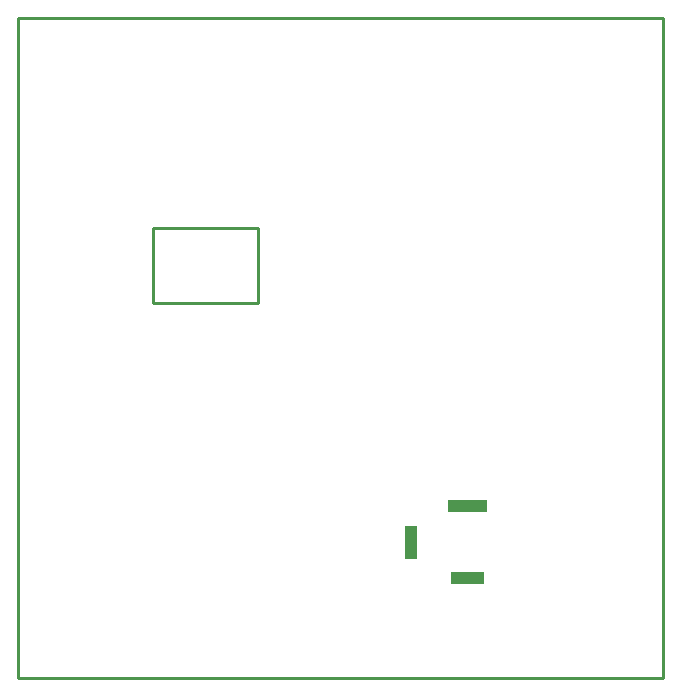
<source format=gbr>
G04 EAGLE Gerber RS-274X export*
G75*
%MOMM*%
%FSLAX34Y34*%
%LPD*%
%INMilling*%
%IPPOS*%
%AMOC8*
5,1,8,0,0,1.08239X$1,22.5*%
G01*
%ADD10C,0.254000*%

G36*
X-181605Y140299D02*
X-181605Y140299D01*
X-181605Y140300D01*
X-181605Y150300D01*
X-181601Y150305D01*
X-181600Y150305D01*
X-148600Y150305D01*
X-148595Y150301D01*
X-148595Y150300D01*
X-148595Y140300D01*
X-148599Y140295D01*
X-148600Y140295D01*
X-181600Y140295D01*
X-181605Y140299D01*
G37*
G36*
X-218105Y100299D02*
X-218105Y100299D01*
X-218105Y100300D01*
X-218105Y128300D01*
X-218101Y128305D01*
X-218100Y128305D01*
X-208100Y128305D01*
X-208095Y128301D01*
X-208095Y128300D01*
X-208095Y100300D01*
X-208099Y100295D01*
X-208100Y100295D01*
X-218100Y100295D01*
X-218105Y100299D01*
G37*
G36*
X-179105Y79299D02*
X-179105Y79299D01*
X-179105Y79300D01*
X-179105Y89300D01*
X-179101Y89305D01*
X-179100Y89305D01*
X-151100Y89305D01*
X-151095Y89301D01*
X-151095Y89300D01*
X-151095Y79300D01*
X-151099Y79295D01*
X-151100Y79295D01*
X-179100Y79295D01*
X-179105Y79299D01*
G37*
D10*
X0Y0D02*
X-546100Y0D01*
X-546100Y558800D01*
X0Y558800D01*
X0Y0D01*
X-342900Y317500D02*
X-431800Y317500D01*
X-431800Y381000D01*
X-342900Y381000D01*
X-342900Y317500D01*
M02*

</source>
